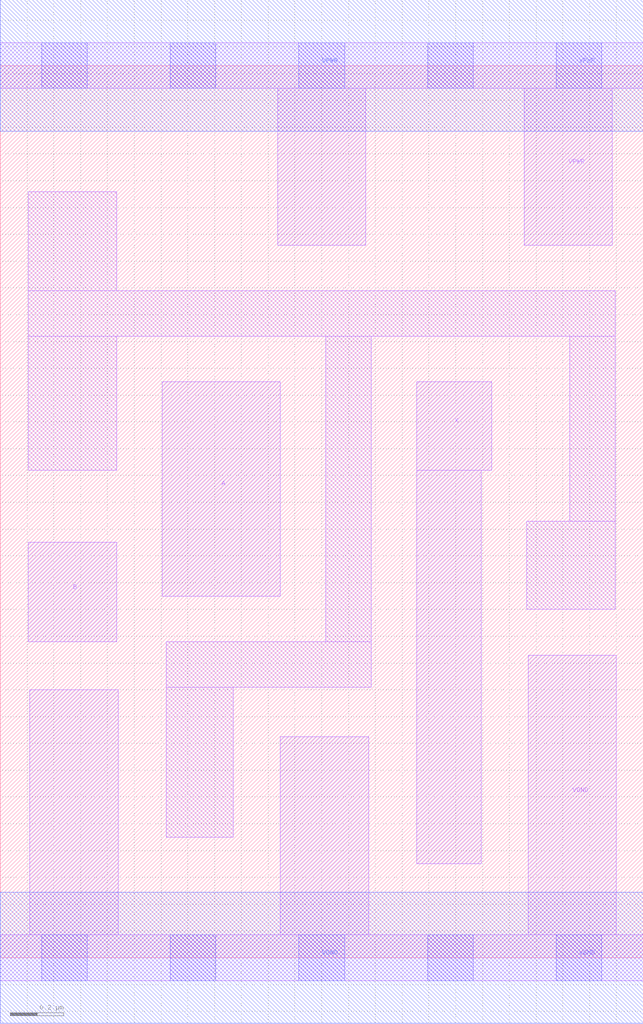
<source format=lef>
# Copyright 2020 The SkyWater PDK Authors
#
# Licensed under the Apache License, Version 2.0 (the "License");
# you may not use this file except in compliance with the License.
# You may obtain a copy of the License at
#
#     https://www.apache.org/licenses/LICENSE-2.0
#
# Unless required by applicable law or agreed to in writing, software
# distributed under the License is distributed on an "AS IS" BASIS,
# WITHOUT WARRANTIES OR CONDITIONS OF ANY KIND, either express or implied.
# See the License for the specific language governing permissions and
# limitations under the License.
#
# SPDX-License-Identifier: Apache-2.0

VERSION 5.7 ;
  NAMESCASESENSITIVE ON ;
  NOWIREEXTENSIONATPIN ON ;
  DIVIDERCHAR "/" ;
  BUSBITCHARS "[]" ;
UNITS
  DATABASE MICRONS 200 ;
END UNITS
MACRO sky130_fd_sc_ls__or2_2
  CLASS CORE ;
  SOURCE USER ;
  FOREIGN sky130_fd_sc_ls__or2_2 ;
  ORIGIN  0.000000  0.000000 ;
  SIZE  2.400000 BY  3.330000 ;
  SYMMETRY X Y ;
  SITE unit ;
  PIN A
    ANTENNAGATEAREA  0.246000 ;
    DIRECTION INPUT ;
    USE SIGNAL ;
    PORT
      LAYER li1 ;
        RECT 0.605000 1.350000 1.045000 2.150000 ;
    END
  END A
  PIN B
    ANTENNAGATEAREA  0.246000 ;
    DIRECTION INPUT ;
    USE SIGNAL ;
    PORT
      LAYER li1 ;
        RECT 0.105000 1.180000 0.435000 1.550000 ;
    END
  END B
  PIN X
    ANTENNADIFFAREA  0.565600 ;
    DIRECTION OUTPUT ;
    USE SIGNAL ;
    PORT
      LAYER li1 ;
        RECT 1.555000 0.350000 1.795000 1.820000 ;
        RECT 1.555000 1.820000 1.835000 2.150000 ;
    END
  END X
  PIN VGND
    DIRECTION INOUT ;
    SHAPE ABUTMENT ;
    USE GROUND ;
    PORT
      LAYER li1 ;
        RECT 0.000000 -0.085000 2.400000 0.085000 ;
        RECT 0.110000  0.085000 0.440000 1.000000 ;
        RECT 1.045000  0.085000 1.375000 0.825000 ;
        RECT 1.970000  0.085000 2.300000 1.130000 ;
      LAYER mcon ;
        RECT 0.155000 -0.085000 0.325000 0.085000 ;
        RECT 0.635000 -0.085000 0.805000 0.085000 ;
        RECT 1.115000 -0.085000 1.285000 0.085000 ;
        RECT 1.595000 -0.085000 1.765000 0.085000 ;
        RECT 2.075000 -0.085000 2.245000 0.085000 ;
      LAYER met1 ;
        RECT 0.000000 -0.245000 2.400000 0.245000 ;
    END
  END VGND
  PIN VPWR
    DIRECTION INOUT ;
    SHAPE ABUTMENT ;
    USE POWER ;
    PORT
      LAYER li1 ;
        RECT 0.000000 3.245000 2.400000 3.415000 ;
        RECT 1.035000 2.660000 1.365000 3.245000 ;
        RECT 1.955000 2.660000 2.285000 3.245000 ;
      LAYER mcon ;
        RECT 0.155000 3.245000 0.325000 3.415000 ;
        RECT 0.635000 3.245000 0.805000 3.415000 ;
        RECT 1.115000 3.245000 1.285000 3.415000 ;
        RECT 1.595000 3.245000 1.765000 3.415000 ;
        RECT 2.075000 3.245000 2.245000 3.415000 ;
      LAYER met1 ;
        RECT 0.000000 3.085000 2.400000 3.575000 ;
    END
  END VPWR
  OBS
    LAYER li1 ;
      RECT 0.105000 1.820000 0.435000 2.320000 ;
      RECT 0.105000 2.320000 2.295000 2.490000 ;
      RECT 0.105000 2.490000 0.435000 2.860000 ;
      RECT 0.620000 0.450000 0.870000 1.010000 ;
      RECT 0.620000 1.010000 1.385000 1.180000 ;
      RECT 1.215000 1.180000 1.385000 2.320000 ;
      RECT 1.965000 1.300000 2.295000 1.630000 ;
      RECT 2.125000 1.630000 2.295000 2.320000 ;
  END
END sky130_fd_sc_ls__or2_2

</source>
